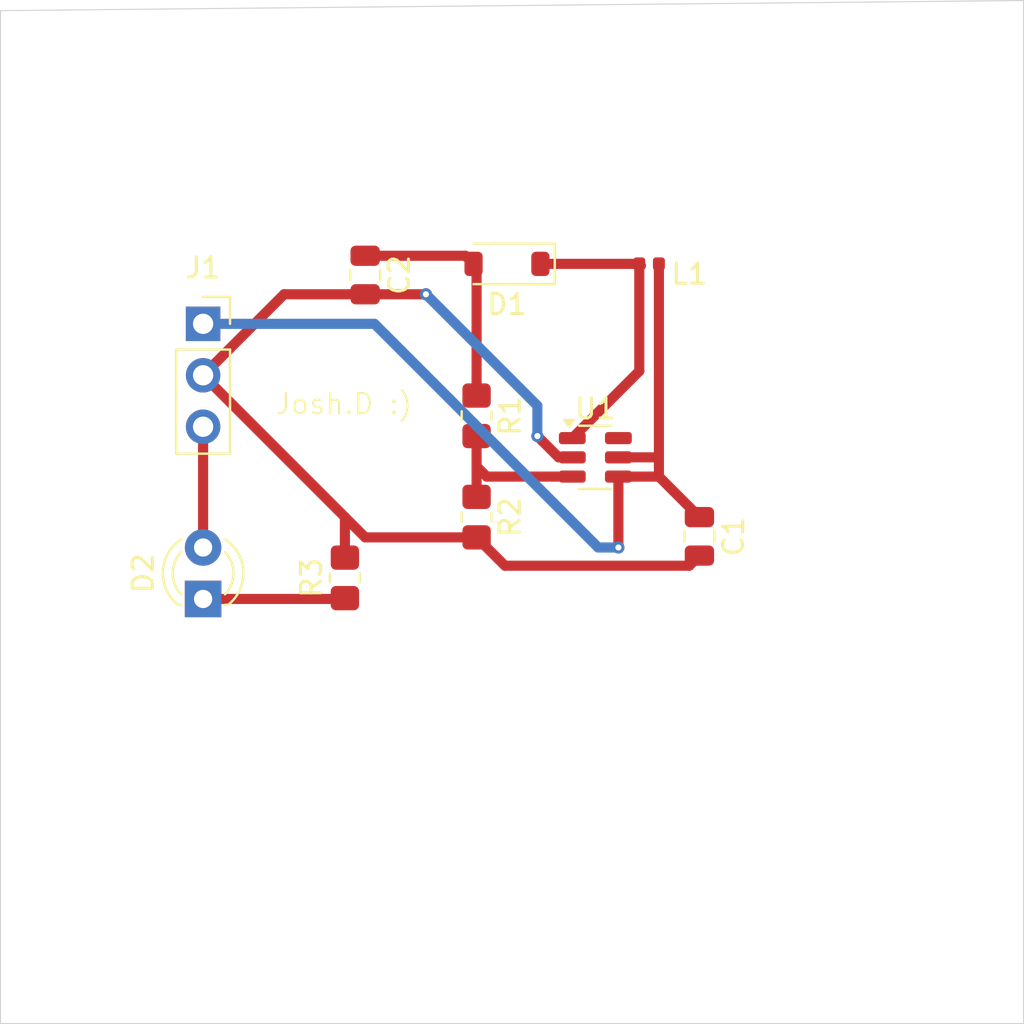
<source format=kicad_pcb>
(kicad_pcb (version 20241229) (generator "pcbnew") (generator_version "9.0")
  (layers (0 "F.Cu" signal) (2 "B.Cu" signal) (13 "F.Paste" user) (15 "B.Paste" user) (5 "F.SilkS" user "F.Silkscreen") (7 "B.SilkS" user "B.Silkscreen") (1 "F.Mask" user) (3 "B.Mask" user) (25 "Edge.Cuts" user))
  (net 0 "")
  (net 1 "VCC")
  (net 2 "GND")
  (net 3 "+5V")
  (net 4 "Net-(D1-K)")
  (net 5 "Net-(D2-K)")
  (net 6 "Net-(U1-FB)")
  (footprint "Inductor_SMD:L_0402_1005Metric" (layer "F.Cu") (at 132.015 63 180)
    (property "Reference" "L1" (at -1.985 -0.5 0) (layer "F.SilkS"))
    (property "Value" "4.7uH")
    (pad "1" smd roundrect (at -0.485 0 180) (size 0.59 0.64) (layers "F.Cu" "F.Mask" "F.Paste") (net 1 "VCC"))
    (pad "2" smd roundrect (at 0.485 0 180) (size 0.59 0.64) (layers "F.Cu" "F.Mask" "F.Paste") (net 4 "Net-(D1-K)"))
  )
  (footprint "Connector_PinSocket_2.54mm:PinSocket_1x03_P2.54mm_Vertical" (layer "F.Cu") (at 110 65.96)
    (property "Reference" "J1" (at 0 -2.77 0) (layer "F.SilkS"))
    (property "Value" "Conn_01x03_Pin")
    (fp_line (start -1.33 1.27) (end -1.33 6.41) (stroke (width 0.12)) (layer "F.SilkS"))
    (fp_line (start -1.33 1.27) (end 1.33 1.27) (stroke (width 0.12)) (layer "F.SilkS"))
    (fp_line (start -1.33 6.41) (end 1.33 6.41) (stroke (width 0.12)) (layer "F.SilkS"))
    (fp_line (start 0 -1.33) (end 1.33 -1.33) (stroke (width 0.12)) (layer "F.SilkS"))
    (fp_line (start 1.33 -1.33) (end 1.33 0) (stroke (width 0.12)) (layer "F.SilkS"))
    (fp_line (start 1.33 1.27) (end 1.33 6.41) (stroke (width 0.12)) (layer "F.SilkS"))
    (pad "1" thru_hole rect (at 0 0) (size 1.7 1.7) (drill 1) (layers "*.Cu" "*.Mask") (net 1 "VCC"))
    (pad "2" thru_hole circle (at 0 2.54) (size 1.7 1.7) (drill 1) (layers "*.Cu" "*.Mask") (net 2 "GND"))
    (pad "3" thru_hole circle (at 0 5.08) (size 1.7 1.7) (drill 1) (layers "*.Cu" "*.Mask") (net 3 "+5V"))
  )
  (footprint "LED_THT:LED_D3.0mm" (layer "F.Cu") (at 110 79.54 90)
    (property "Reference" "D2" (at 1.27 -2.96 90) (layer "F.SilkS"))
    (property "Value" "LED")
    (fp_line (start -0.29 -1.236) (end -0.29 -1.08) (stroke (width 0.12)) (layer "F.SilkS"))
    (fp_line (start -0.29 1.08) (end -0.29 1.236) (stroke (width 0.12)) (layer "F.SilkS"))
    (fp_arc (start -0.29 -1.235516) (mid 1.36566 -1.987699) (end 2.941437 -1.08) (stroke (width 0.12)) (layer "F.SilkS"))
    (fp_arc (start 0.229039 -1.08) (mid 1.27 -1.5) (end 2.310961 -1.08) (stroke (width 0.12)) (layer "F.SilkS"))
    (fp_arc (start 2.941437 1.08) (mid 1.36566 1.987699) (end -0.29 1.235516) (stroke (width 0.12)) (layer "F.SilkS"))
    (fp_arc (start 2.310961 1.08) (mid 1.27 1.5) (end 0.229039 1.08) (stroke (width 0.12)) (layer "F.SilkS"))
    (pad "1" thru_hole rect (at 0 0 90) (size 1.8 1.8) (drill 0.9) (layers "*.Cu" "*.Mask") (net 5 "Net-(D2-K)"))
    (pad "2" thru_hole circle (at 2.54 0 90) (size 1.8 1.8) (drill 0.9) (layers "*.Cu" "*.Mask") (net 3 "+5V"))
  )
  (footprint "Resistor_SMD:R_0805_2012Metric_Pad1.20x1.40mm_HandSolder" (layer "F.Cu") (at 123.5 70.5 -90)
    (property "Reference" "R1" (at 0 -1.65 90) (layer "F.SilkS"))
    (property "Value" "R_US")
    (fp_line (start -0.227064 0.735) (end 0.227064 0.735) (stroke (width 0.12)) (layer "F.SilkS"))
    (fp_line (start -0.227064 -0.735) (end 0.227064 -0.735) (stroke (width 0.12)) (layer "F.SilkS"))
    (pad "1" smd roundrect (at -1 0 270) (size 1.2 1.4) (layers "F.Cu" "F.Mask" "F.Paste") (roundrect_rratio 0.208333) (net 3 "+5V"))
    (pad "2" smd roundrect (at 1 0 270) (size 1.2 1.4) (layers "F.Cu" "F.Mask" "F.Paste") (roundrect_rratio 0.208333) (net 6 "Net-(U1-FB)"))
  )
  (footprint "Capacitor_SMD:C_0805_2012Metric" (layer "F.Cu") (at 118 63.55 -90)
    (property "Reference" "C2" (at 0 -1.68 90) (layer "F.SilkS"))
    (property "Value" "22uF")
    (fp_line (start -0.261252 0.735) (end 0.261252 0.735) (stroke (width 0.12)) (layer "F.SilkS"))
    (fp_line (start -0.261252 -0.735) (end 0.261252 -0.735) (stroke (width 0.12)) (layer "F.SilkS"))
    (pad "1" smd roundrect (at -0.95 0 270) (size 1 1.45) (layers "F.Cu" "F.Mask" "F.Paste") (net 3 "+5V"))
    (pad "2" smd roundrect (at 0.95 0 270) (size 1 1.45) (layers "F.Cu" "F.Mask" "F.Paste") (net 2 "GND"))
  )
  (footprint "Capacitor_SMD:C_0805_2012Metric" (layer "F.Cu") (at 134.5 76.45 -90)
    (property "Reference" "C1" (at 0 -1.68 90) (layer "F.SilkS"))
    (property "Value" "22uF")
    (fp_line (start -0.261252 0.735) (end 0.261252 0.735) (stroke (width 0.12)) (layer "F.SilkS"))
    (fp_line (start -0.261252 -0.735) (end 0.261252 -0.735) (stroke (width 0.12)) (layer "F.SilkS"))
    (pad "1" smd roundrect (at -0.95 0 270) (size 1 1.45) (layers "F.Cu" "F.Mask" "F.Paste") (net 1 "VCC"))
    (pad "2" smd roundrect (at 0.95 0 270) (size 1 1.45) (layers "F.Cu" "F.Mask" "F.Paste") (net 2 "GND"))
  )
  (footprint "Package_TO_SOT_SMD:SOT-23-6" (layer "F.Cu") (at 129.3625 72.55)
    (property "Reference" "U1" (at 0 -2.4 0) (layer "F.SilkS"))
    (property "Value" "MT3608")
    (fp_line (start 0 -1.56) (end -0.8 -1.56) (stroke (width 0.12)) (layer "F.SilkS"))
    (fp_line (start 0 -1.56) (end 0.8 -1.56) (stroke (width 0.12)) (layer "F.SilkS"))
    (fp_line (start 0 1.56) (end -0.8 1.56) (stroke (width 0.12)) (layer "F.SilkS"))
    (fp_line (start 0 1.56) (end 0.8 1.56) (stroke (width 0.12)) (layer "F.SilkS"))
    (fp_poly (pts (xy -1.3 -1.51) (xy -1.54 -1.84) (xy -1.06 -1.84)) (stroke (width 0.12)) (fill yes) (layer "F.SilkS"))
    (pad "1" smd roundrect (at -1.1375 -0.95) (size 1.325 0.6) (layers "F.Cu" "F.Mask" "F.Paste") (net 4 "Net-(D1-K)"))
    (pad "2" smd roundrect (at -1.1375 0) (size 1.325 0.6) (layers "F.Cu" "F.Mask" "F.Paste") (net 2 "GND"))
    (pad "3" smd roundrect (at -1.1375 0.95) (size 1.325 0.6) (layers "F.Cu" "F.Mask" "F.Paste") (net 6 "Net-(U1-FB)"))
    (pad "4" smd roundrect (at 1.1375 0.95) (size 1.325 0.6) (layers "F.Cu" "F.Mask" "F.Paste") (net 1 "VCC"))
    (pad "5" smd roundrect (at 1.1375 0) (size 1.325 0.6) (layers "F.Cu" "F.Mask" "F.Paste") (net 1 "VCC"))
    (pad "6" smd roundrect (at 1.1375 -0.95) (size 1.325 0.6) (layers "F.Cu" "F.Mask" "F.Paste"))
  )
  (footprint "Resistor_SMD:R_0805_2012Metric_Pad1.20x1.40mm_HandSolder" (layer "F.Cu") (at 123.5 75.5 -90)
    (property "Reference" "R2" (at 0 -1.65 90) (layer "F.SilkS"))
    (property "Value" "R_US")
    (fp_line (start -0.227064 0.735) (end 0.227064 0.735) (stroke (width 0.12)) (layer "F.SilkS"))
    (fp_line (start -0.227064 -0.735) (end 0.227064 -0.735) (stroke (width 0.12)) (layer "F.SilkS"))
    (pad "1" smd roundrect (at -1 0 270) (size 1.2 1.4) (layers "F.Cu" "F.Mask" "F.Paste") (roundrect_rratio 0.208333) (net 6 "Net-(U1-FB)"))
    (pad "2" smd roundrect (at 1 0 270) (size 1.2 1.4) (layers "F.Cu" "F.Mask" "F.Paste") (roundrect_rratio 0.208333) (net 2 "GND"))
  )
  (footprint "Resistor_SMD:R_0805_2012Metric_Pad1.20x1.40mm_HandSolder" (layer "F.Cu") (at 117 78.5 90)
    (property "Reference" "R3" (at 0 -1.65 90) (layer "F.SilkS"))
    (property "Value" "R_US")
    (fp_line (start -0.227064 -0.735) (end 0.227064 -0.735) (stroke (width 0.12)) (layer "F.SilkS"))
    (fp_line (start -0.227064 0.735) (end 0.227064 0.735) (stroke (width 0.12)) (layer "F.SilkS"))
    (pad "1" smd roundrect (at -1 0 90) (size 1.2 1.4) (layers "F.Cu" "F.Mask" "F.Paste") (roundrect_rratio 0.208333) (net 5 "Net-(D2-K)"))
    (pad "2" smd roundrect (at 1 0 90) (size 1.2 1.4) (layers "F.Cu" "F.Mask" "F.Paste") (roundrect_rratio 0.208333) (net 2 "GND"))
  )
  (footprint "Diode_SMD:D_SOD-123" (layer "F.Cu") (at 125 63 180)
    (property "Reference" "D1" (at 0 -2 0) (layer "F.SilkS"))
    (property "Value" "D_Schottky")
    (fp_line (start -2.36 1) (end 1.65 1) (stroke (width 0.12)) (layer "F.SilkS"))
    (fp_line (start -2.36 -1) (end 1.65 -1) (stroke (width 0.12)) (layer "F.SilkS"))
    (fp_line (start -2.36 -1) (end -2.36 1) (stroke (width 0.12)) (layer "F.SilkS"))
    (pad "1" smd roundrect (at -1.65 0 180) (size 0.9 1.2) (layers "F.Cu" "F.Mask" "F.Paste") (net 4 "Net-(D1-K)"))
    (pad "2" smd roundrect (at 1.65 0 180) (size 0.9 1.2) (layers "F.Cu" "F.Mask" "F.Paste") (net 3 "+5V"))
  )
  (gr_line (start 150.5 100.5) (end 150.5 50) (stroke (width 0.05)) (layer "Edge.Cuts"))
  (gr_line (start 150.5 50) (end 100 50.5) (stroke (width 0.05)) (layer "Edge.Cuts"))
  (gr_line (start 100 50.5) (end 100 100.5) (stroke (width 0.05)) (layer "Edge.Cuts"))
  (gr_line (start 100 100.5) (end 150.5 100.5) (stroke (width 0.05)) (layer "Edge.Cuts"))
  (gr_text "Josh.D :)" (at 113.5 70.5 0) (layer "F.SilkS") (effects (font (size 1 1) (thickness 0.1)) (justify left bottom)))
  (segment (start 132.45 72.55) (end 132.5 72.5) (width 0.5) (layer "F.Cu") (net 1))
  (segment (start 132.5 72.5) (end 132.5 73.5) (width 0.5) (layer "F.Cu") (net 1))
  (segment (start 130.5 72.55) (end 132.45 72.55) (width 0.5) (layer "F.Cu") (net 1))
  (segment (start 130.5 73.5) (end 130.5 77) (width 0.5) (layer "F.Cu") (net 1))
  (segment (start 134.5 75.5) (end 132.5 73.5) (width 0.5) (layer "F.Cu") (net 1))
  (segment (start 132.5 63) (end 132.5 72.5) (width 0.5) (layer "F.Cu") (net 1))
  (segment (start 130.5 73.5) (end 132.5 73.5) (width 0.5) (layer "F.Cu") (net 1))
  (via (at 130.5 77) (size 0.6) (drill 0.3) (layers "F.Cu" "B.Cu") (net 1))
  (segment (start 118.46 65.96) (end 110 65.96) (width 0.5) (layer "B.Cu") (net 1))
  (segment (start 130.5 77) (end 129.5 77) (width 0.5) (layer "B.Cu") (net 1))
  (segment (start 129.5 77) (end 118.46 65.96) (width 0.5) (layer "B.Cu") (net 1))
  (segment (start 118 76.5) (end 117 75.5) (width 0.5) (layer "F.Cu") (net 2))
  (segment (start 117 75.5) (end 117 77.5) (width 0.5) (layer "F.Cu") (net 2))
  (segment (start 114 64.5) (end 118 64.5) (width 0.5) (layer "F.Cu") (net 2))
  (segment (start 127.55 72.55) (end 128.225 72.55) (width 0.5) (layer "F.Cu") (net 2))
  (segment (start 124.899938 77.899938) (end 123.5 76.5) (width 0.5) (layer "F.Cu") (net 2))
  (segment (start 118 64.5) (end 121 64.5) (width 0.5) (layer "F.Cu") (net 2))
  (segment (start 126.5 71.5) (end 127.55 72.55) (width 0.5) (layer "F.Cu") (net 2))
  (segment (start 110 68.5) (end 117 75.5) (width 0.5) (layer "F.Cu") (net 2))
  (segment (start 134.5 77.4) (end 134.000062 77.899938) (width 0.5) (layer "F.Cu") (net 2))
  (segment (start 123.5 76.5) (end 118 76.5) (width 0.5) (layer "F.Cu") (net 2))
  (segment (start 110 68.5) (end 114 64.5) (width 0.5) (layer "F.Cu") (net 2))
  (segment (start 134.000062 77.899938) (end 124.899938 77.899938) (width 0.5) (layer "F.Cu") (net 2))
  (via (at 126.5 71.5) (size 0.6) (drill 0.3) (layers "F.Cu" "B.Cu") (net 2))
  (via (at 121 64.5) (size 0.6) (drill 0.3) (layers "F.Cu" "B.Cu") (net 2))
  (segment (start 126.5 70) (end 126.5 71.5) (width 0.5) (layer "B.Cu") (net 2))
  (segment (start 121 64.5) (end 126.5 70) (width 0.5) (layer "B.Cu") (net 2))
  (segment (start 118 62.6) (end 122.95 62.6) (width 0.5) (layer "F.Cu") (net 3))
  (segment (start 123.5 69.5) (end 123.5 63.15) (width 0.5) (layer "F.Cu") (net 3))
  (segment (start 123.5 63.15) (end 123.35 63) (width 0.5) (layer "F.Cu") (net 3))
  (segment (start 122.95 62.6) (end 123.35 63) (width 0.5) (layer "F.Cu") (net 3))
  (segment (start 110 77) (end 110 71.04) (width 0.5) (layer "F.Cu") (net 3))
  (segment (start 128.225 71.6) (end 131.53 68.295) (width 0.5) (layer "F.Cu") (net 4))
  (segment (start 131.6135 63.0835) (end 131.53 63) (width 0.5) (layer "F.Cu") (net 4))
  (segment (start 131.53 68.295) (end 131.53 63) (width 0.5) (layer "F.Cu") (net 4))
  (segment (start 126.65 63) (end 131.53 63) (width 0.5) (layer "F.Cu") (net 4))
  (segment (start 116.96 79.54) (end 117 79.5) (width 0.5) (layer "F.Cu") (net 5))
  (segment (start 110 79.54) (end 116.96 79.54) (width 0.5) (layer "F.Cu") (net 5))
  (segment (start 123.5 74.5) (end 123.5 73) (width 0.5) (layer "F.Cu") (net 6))
  (segment (start 123.5 73) (end 123.5 71.5) (width 0.5) (layer "F.Cu") (net 6))
  (segment (start 123.5 73) (end 124 73.5) (width 0.5) (layer "F.Cu") (net 6))
  (segment (start 124 73.5) (end 128.225 73.5) (width 0.5) (layer "F.Cu") (net 6))
)
</source>
